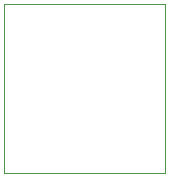
<source format=gm1>
%TF.GenerationSoftware,KiCad,Pcbnew,(5.1.12)-1*%
%TF.CreationDate,2023-07-21T13:43:36+02:00*%
%TF.ProjectId,Input_stage,496e7075-745f-4737-9461-67652e6b6963,rev?*%
%TF.SameCoordinates,Original*%
%TF.FileFunction,Profile,NP*%
%FSLAX46Y46*%
G04 Gerber Fmt 4.6, Leading zero omitted, Abs format (unit mm)*
G04 Created by KiCad (PCBNEW (5.1.12)-1) date 2023-07-21 13:43:36*
%MOMM*%
%LPD*%
G01*
G04 APERTURE LIST*
%TA.AperFunction,Profile*%
%ADD10C,0.050000*%
%TD*%
G04 APERTURE END LIST*
D10*
X13589000Y-14351000D02*
X0Y-14351000D01*
X13589000Y0D02*
X13589000Y-14351000D01*
X13589000Y0D02*
X0Y0D01*
X0Y0D02*
X0Y-14351000D01*
M02*

</source>
